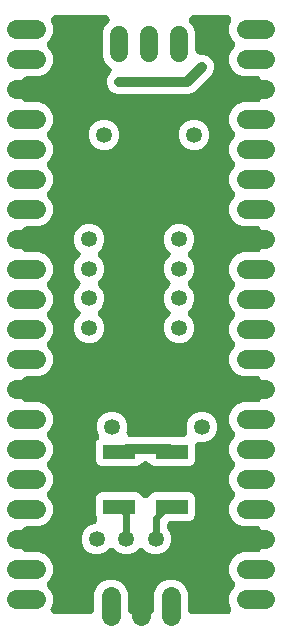
<source format=gbr>
G04 EAGLE Gerber RS-274X export*
G75*
%MOMM*%
%FSLAX34Y34*%
%LPD*%
%INBottom Copper*%
%IPPOS*%
%AMOC8*
5,1,8,0,0,1.08239X$1,22.5*%
G01*
G04 Define Apertures*
%ADD10C,1.650000*%
%ADD11C,1.524000*%
%ADD12C,1.348000*%
%ADD13R,2.670200X1.231200*%
%ADD14C,0.756400*%
%ADD15C,0.812800*%
%ADD16C,0.609600*%
G36*
X306385Y305122D02*
X304800Y304800D01*
X276060Y304800D01*
X274625Y305062D01*
X273256Y305922D01*
X272330Y307249D01*
X271996Y308832D01*
X272305Y310419D01*
X274056Y314646D01*
X274056Y320354D01*
X271872Y325626D01*
X270172Y327326D01*
X269329Y328555D01*
X268982Y330135D01*
X269279Y331725D01*
X270172Y333074D01*
X271872Y334774D01*
X274056Y340046D01*
X274056Y345754D01*
X271872Y351026D01*
X267836Y355062D01*
X262564Y357246D01*
X251714Y357246D01*
X250249Y357519D01*
X248887Y358391D01*
X247972Y359725D01*
X247650Y361310D01*
X247650Y375290D01*
X247923Y376755D01*
X248795Y378118D01*
X250129Y379032D01*
X251714Y379354D01*
X262564Y379354D01*
X267836Y381538D01*
X271872Y385574D01*
X274056Y390846D01*
X274056Y396554D01*
X271872Y401826D01*
X270172Y403526D01*
X269329Y404755D01*
X268982Y406335D01*
X269279Y407925D01*
X270172Y409274D01*
X271872Y410974D01*
X274056Y416246D01*
X274056Y421954D01*
X271872Y427226D01*
X270172Y428926D01*
X269329Y430155D01*
X268982Y431735D01*
X269279Y433325D01*
X270172Y434674D01*
X271872Y436374D01*
X274056Y441646D01*
X274056Y447354D01*
X271872Y452626D01*
X270172Y454326D01*
X269329Y455555D01*
X268982Y457135D01*
X269279Y458725D01*
X270172Y460074D01*
X271872Y461774D01*
X274056Y467046D01*
X274056Y472754D01*
X271872Y478026D01*
X267836Y482062D01*
X262564Y484246D01*
X251714Y484246D01*
X250249Y484519D01*
X248887Y485391D01*
X247972Y486725D01*
X247650Y488310D01*
X247650Y502290D01*
X247923Y503755D01*
X248795Y505118D01*
X250129Y506032D01*
X251714Y506354D01*
X262564Y506354D01*
X267836Y508538D01*
X271872Y512574D01*
X274056Y517846D01*
X274056Y523554D01*
X271872Y528826D01*
X270172Y530526D01*
X269329Y531755D01*
X268982Y533335D01*
X269279Y534925D01*
X270172Y536274D01*
X271872Y537974D01*
X274056Y543246D01*
X274056Y548954D01*
X271872Y554226D01*
X270172Y555926D01*
X269329Y557155D01*
X268982Y558735D01*
X269279Y560325D01*
X270172Y561674D01*
X271872Y563374D01*
X274056Y568646D01*
X274056Y574354D01*
X271872Y579626D01*
X270172Y581326D01*
X269329Y582555D01*
X268982Y584135D01*
X269279Y585725D01*
X270172Y587074D01*
X271872Y588774D01*
X274056Y594046D01*
X274056Y599754D01*
X271872Y605026D01*
X267836Y609062D01*
X262564Y611246D01*
X251714Y611246D01*
X250249Y611519D01*
X248887Y612391D01*
X247972Y613725D01*
X247650Y615310D01*
X247650Y629290D01*
X247923Y630755D01*
X248795Y632118D01*
X250129Y633032D01*
X251714Y633354D01*
X262564Y633354D01*
X267836Y635538D01*
X271872Y639574D01*
X274056Y644846D01*
X274056Y650554D01*
X271872Y655826D01*
X270172Y657526D01*
X269329Y658755D01*
X268982Y660335D01*
X269279Y661925D01*
X270172Y663274D01*
X271872Y664974D01*
X274056Y670246D01*
X274056Y675954D01*
X271872Y681226D01*
X270172Y682926D01*
X269329Y684155D01*
X268982Y685735D01*
X269279Y687325D01*
X270172Y688674D01*
X271872Y690374D01*
X274056Y695646D01*
X274056Y701354D01*
X271872Y706626D01*
X270172Y708326D01*
X269329Y709555D01*
X268982Y711135D01*
X269279Y712725D01*
X270172Y714074D01*
X271872Y715774D01*
X274056Y721046D01*
X274056Y726754D01*
X271872Y732026D01*
X267836Y736062D01*
X262564Y738246D01*
X251714Y738246D01*
X250249Y738519D01*
X248887Y739391D01*
X247972Y740725D01*
X247650Y742310D01*
X247650Y756290D01*
X247923Y757755D01*
X248795Y759118D01*
X250129Y760032D01*
X251714Y760354D01*
X262564Y760354D01*
X267836Y762538D01*
X271872Y766574D01*
X274056Y771846D01*
X274056Y777554D01*
X271872Y782826D01*
X270172Y784526D01*
X269329Y785755D01*
X268982Y787335D01*
X269279Y788925D01*
X270172Y790274D01*
X271872Y791974D01*
X274056Y797246D01*
X274056Y802954D01*
X272620Y806421D01*
X272313Y807846D01*
X272584Y809441D01*
X273455Y810804D01*
X274789Y811718D01*
X276375Y812040D01*
X318011Y812040D01*
X319416Y811790D01*
X320792Y810940D01*
X321728Y809621D01*
X322075Y808041D01*
X321778Y806451D01*
X320885Y805102D01*
X318572Y802790D01*
X316484Y797748D01*
X316484Y777052D01*
X318572Y772011D01*
X322508Y768074D01*
X323351Y766845D01*
X323698Y765265D01*
X323402Y763675D01*
X322508Y762327D01*
X321587Y761405D01*
X320040Y757671D01*
X320040Y753629D01*
X321587Y749895D01*
X324445Y747037D01*
X328179Y745490D01*
X389371Y745490D01*
X393105Y747037D01*
X408663Y762595D01*
X410210Y766329D01*
X410210Y770371D01*
X408663Y774105D01*
X405805Y776963D01*
X402071Y778510D01*
X398780Y778510D01*
X397315Y778783D01*
X395953Y779655D01*
X395038Y780989D01*
X394716Y782574D01*
X394716Y797748D01*
X392628Y802790D01*
X390315Y805102D01*
X389499Y806272D01*
X389127Y807846D01*
X389398Y809441D01*
X390270Y810804D01*
X391604Y811718D01*
X393189Y812040D01*
X420846Y812040D01*
X422280Y811778D01*
X423650Y810918D01*
X424575Y809591D01*
X424909Y808008D01*
X424600Y806421D01*
X423164Y802954D01*
X423164Y797246D01*
X425348Y791974D01*
X427048Y790274D01*
X427891Y789045D01*
X428238Y787465D01*
X427941Y785875D01*
X427048Y784526D01*
X425348Y782826D01*
X423164Y777554D01*
X423164Y771846D01*
X425348Y766574D01*
X429384Y762538D01*
X434656Y760354D01*
X446786Y760354D01*
X448251Y760081D01*
X449614Y759209D01*
X450528Y757875D01*
X450850Y756290D01*
X450850Y742310D01*
X450577Y740845D01*
X449705Y739483D01*
X448371Y738568D01*
X446786Y738246D01*
X434656Y738246D01*
X429384Y736062D01*
X425348Y732026D01*
X423164Y726754D01*
X423164Y721046D01*
X425348Y715774D01*
X427048Y714074D01*
X427891Y712845D01*
X428238Y711265D01*
X427941Y709675D01*
X427048Y708326D01*
X425348Y706626D01*
X423164Y701354D01*
X423164Y695646D01*
X425348Y690374D01*
X427048Y688674D01*
X427891Y687445D01*
X428238Y685865D01*
X427941Y684275D01*
X427048Y682926D01*
X425348Y681226D01*
X423164Y675954D01*
X423164Y670246D01*
X425348Y664974D01*
X427048Y663274D01*
X427891Y662045D01*
X428238Y660465D01*
X427941Y658875D01*
X427048Y657526D01*
X425348Y655826D01*
X423164Y650554D01*
X423164Y644846D01*
X425348Y639574D01*
X429384Y635538D01*
X434656Y633354D01*
X446786Y633354D01*
X448251Y633081D01*
X449614Y632209D01*
X450528Y630875D01*
X450850Y629290D01*
X450850Y615310D01*
X450577Y613845D01*
X449705Y612483D01*
X448371Y611568D01*
X446786Y611246D01*
X434656Y611246D01*
X429384Y609062D01*
X425348Y605026D01*
X423164Y599754D01*
X423164Y594046D01*
X425348Y588774D01*
X427048Y587074D01*
X427891Y585845D01*
X428238Y584265D01*
X427941Y582675D01*
X427048Y581326D01*
X425348Y579626D01*
X423164Y574354D01*
X423164Y568646D01*
X425348Y563374D01*
X427048Y561674D01*
X427891Y560445D01*
X428238Y558865D01*
X427941Y557275D01*
X427048Y555926D01*
X425348Y554226D01*
X423164Y548954D01*
X423164Y543246D01*
X425348Y537974D01*
X427048Y536274D01*
X427891Y535045D01*
X428238Y533465D01*
X427941Y531875D01*
X427048Y530526D01*
X425348Y528826D01*
X423164Y523554D01*
X423164Y517846D01*
X425348Y512574D01*
X429384Y508538D01*
X434656Y506354D01*
X446786Y506354D01*
X448251Y506081D01*
X449614Y505209D01*
X450528Y503875D01*
X450850Y502290D01*
X450850Y488310D01*
X450577Y486845D01*
X449705Y485483D01*
X448371Y484568D01*
X446786Y484246D01*
X434656Y484246D01*
X429384Y482062D01*
X425348Y478026D01*
X423164Y472754D01*
X423164Y467046D01*
X425348Y461774D01*
X427048Y460074D01*
X427891Y458845D01*
X428238Y457265D01*
X427941Y455675D01*
X427048Y454326D01*
X425348Y452626D01*
X423164Y447354D01*
X423164Y441646D01*
X425348Y436374D01*
X427048Y434674D01*
X427891Y433445D01*
X428238Y431865D01*
X427941Y430275D01*
X427048Y428926D01*
X425348Y427226D01*
X423164Y421954D01*
X423164Y416246D01*
X425348Y410974D01*
X427048Y409274D01*
X427891Y408045D01*
X428238Y406465D01*
X427941Y404875D01*
X427048Y403526D01*
X425348Y401826D01*
X423164Y396554D01*
X423164Y390846D01*
X425348Y385574D01*
X429384Y381538D01*
X434656Y379354D01*
X446786Y379354D01*
X448251Y379081D01*
X449614Y378209D01*
X450528Y376875D01*
X450850Y375290D01*
X450850Y361310D01*
X450577Y359845D01*
X449705Y358483D01*
X448371Y357568D01*
X446786Y357246D01*
X434656Y357246D01*
X429384Y355062D01*
X425348Y351026D01*
X423164Y345754D01*
X423164Y340046D01*
X425348Y334774D01*
X427048Y333074D01*
X427891Y331845D01*
X428238Y330265D01*
X427941Y328675D01*
X427048Y327326D01*
X425348Y325626D01*
X423164Y320354D01*
X423164Y314646D01*
X424915Y310419D01*
X425222Y308994D01*
X424951Y307399D01*
X424079Y306037D01*
X422745Y305122D01*
X421160Y304800D01*
X392420Y304800D01*
X390955Y305073D01*
X389593Y305945D01*
X388678Y307279D01*
X388356Y308864D01*
X388356Y322654D01*
X386172Y327926D01*
X382136Y331962D01*
X376864Y334146D01*
X371156Y334146D01*
X365884Y331962D01*
X361848Y327926D01*
X359664Y322654D01*
X359664Y308864D01*
X359391Y307399D01*
X358519Y306037D01*
X357185Y305122D01*
X355600Y304800D01*
X341620Y304800D01*
X340155Y305073D01*
X338793Y305945D01*
X337878Y307279D01*
X337556Y308864D01*
X337556Y322654D01*
X335372Y327926D01*
X331336Y331962D01*
X326064Y334146D01*
X320356Y334146D01*
X315084Y331962D01*
X311048Y327926D01*
X308864Y322654D01*
X308864Y308864D01*
X308591Y307399D01*
X307719Y306037D01*
X306385Y305122D01*
G37*
%LPC*%
G36*
X391147Y697964D02*
X396253Y697964D01*
X400971Y699918D01*
X404582Y703529D01*
X406536Y708247D01*
X406536Y713353D01*
X404582Y718071D01*
X400971Y721682D01*
X396253Y723636D01*
X391147Y723636D01*
X386429Y721682D01*
X382818Y718071D01*
X380864Y713353D01*
X380864Y708247D01*
X382818Y703529D01*
X386429Y699918D01*
X391147Y697964D01*
G37*
G36*
X314947Y697964D02*
X320053Y697964D01*
X324771Y699918D01*
X328382Y703529D01*
X330336Y708247D01*
X330336Y713353D01*
X328382Y718071D01*
X324771Y721682D01*
X320053Y723636D01*
X314947Y723636D01*
X310229Y721682D01*
X306618Y718071D01*
X304664Y713353D01*
X304664Y708247D01*
X306618Y703529D01*
X310229Y699918D01*
X314947Y697964D01*
G37*
G36*
X378447Y534464D02*
X383553Y534464D01*
X388271Y536418D01*
X391882Y540029D01*
X393836Y544747D01*
X393836Y549853D01*
X391882Y554571D01*
X389527Y556926D01*
X388684Y558155D01*
X388337Y559735D01*
X388633Y561325D01*
X389527Y562674D01*
X391882Y565029D01*
X393836Y569747D01*
X393836Y574853D01*
X391882Y579571D01*
X389527Y581926D01*
X388684Y583155D01*
X388337Y584735D01*
X388633Y586325D01*
X389527Y587674D01*
X391882Y590029D01*
X393836Y594747D01*
X393836Y599853D01*
X391882Y604571D01*
X389527Y606926D01*
X388684Y608155D01*
X388337Y609735D01*
X388633Y611325D01*
X389527Y612674D01*
X391882Y615029D01*
X393836Y619747D01*
X393836Y624853D01*
X391882Y629571D01*
X388271Y633182D01*
X383553Y635136D01*
X378447Y635136D01*
X373729Y633182D01*
X370118Y629571D01*
X368164Y624853D01*
X368164Y619747D01*
X370118Y615029D01*
X372473Y612674D01*
X373316Y611445D01*
X373663Y609865D01*
X373367Y608275D01*
X372473Y606926D01*
X370118Y604571D01*
X368164Y599853D01*
X368164Y594747D01*
X370118Y590029D01*
X372473Y587674D01*
X373316Y586445D01*
X373663Y584865D01*
X373367Y583275D01*
X372473Y581926D01*
X370118Y579571D01*
X368164Y574853D01*
X368164Y569747D01*
X370118Y565029D01*
X372473Y562674D01*
X373316Y561445D01*
X373663Y559865D01*
X373367Y558275D01*
X372473Y556926D01*
X370118Y554571D01*
X368164Y549853D01*
X368164Y544747D01*
X370118Y540029D01*
X373729Y536418D01*
X378447Y534464D01*
G37*
G36*
X302247Y534464D02*
X307353Y534464D01*
X312071Y536418D01*
X315682Y540029D01*
X317636Y544747D01*
X317636Y549853D01*
X315682Y554571D01*
X313327Y556926D01*
X312484Y558155D01*
X312137Y559735D01*
X312433Y561325D01*
X313327Y562674D01*
X315682Y565029D01*
X317636Y569747D01*
X317636Y574853D01*
X315682Y579571D01*
X313327Y581926D01*
X312484Y583155D01*
X312137Y584735D01*
X312433Y586325D01*
X313327Y587674D01*
X315682Y590029D01*
X317636Y594747D01*
X317636Y599853D01*
X315682Y604571D01*
X313327Y606926D01*
X312484Y608155D01*
X312137Y609735D01*
X312433Y611325D01*
X313327Y612674D01*
X315682Y615029D01*
X317636Y619747D01*
X317636Y624853D01*
X315682Y629571D01*
X312071Y633182D01*
X307353Y635136D01*
X302247Y635136D01*
X297529Y633182D01*
X293918Y629571D01*
X291964Y624853D01*
X291964Y619747D01*
X293918Y615029D01*
X296273Y612674D01*
X297116Y611445D01*
X297463Y609865D01*
X297167Y608275D01*
X296273Y606926D01*
X293918Y604571D01*
X291964Y599853D01*
X291964Y594747D01*
X293918Y590029D01*
X296273Y587674D01*
X297116Y586445D01*
X297463Y584865D01*
X297167Y583275D01*
X296273Y581926D01*
X293918Y579571D01*
X291964Y574853D01*
X291964Y569747D01*
X293918Y565029D01*
X296273Y562674D01*
X297116Y561445D01*
X297463Y559865D01*
X297167Y558275D01*
X296273Y556926D01*
X293918Y554571D01*
X291964Y549853D01*
X291964Y544747D01*
X293918Y540029D01*
X297529Y536418D01*
X302247Y534464D01*
G37*
G36*
X315636Y430043D02*
X344764Y430043D01*
X347004Y430971D01*
X349183Y433150D01*
X350471Y434018D01*
X352056Y434340D01*
X352794Y434340D01*
X354319Y434043D01*
X355667Y433150D01*
X357846Y430971D01*
X360086Y430043D01*
X389214Y430043D01*
X391454Y430971D01*
X393169Y432686D01*
X394097Y434926D01*
X394097Y446650D01*
X394370Y448115D01*
X395242Y449478D01*
X396576Y450392D01*
X398161Y450714D01*
X402603Y450714D01*
X407321Y452668D01*
X410932Y456279D01*
X412886Y460997D01*
X412886Y466103D01*
X410932Y470821D01*
X407321Y474432D01*
X402603Y476386D01*
X397497Y476386D01*
X392779Y474432D01*
X389168Y470821D01*
X387214Y466103D01*
X387214Y460997D01*
X387558Y460166D01*
X387865Y458741D01*
X387594Y457146D01*
X386723Y455784D01*
X385388Y454869D01*
X383803Y454547D01*
X375547Y454547D01*
X374979Y454660D01*
X340143Y454660D01*
X338709Y454922D01*
X337339Y455782D01*
X336414Y457109D01*
X336080Y458692D01*
X336389Y460279D01*
X336686Y460997D01*
X336686Y466103D01*
X334732Y470821D01*
X331121Y474432D01*
X326403Y476386D01*
X321297Y476386D01*
X316579Y474432D01*
X312968Y470821D01*
X311014Y466103D01*
X311014Y460997D01*
X312833Y456604D01*
X313142Y455114D01*
X312846Y453524D01*
X311952Y452175D01*
X311681Y451904D01*
X310753Y449664D01*
X310753Y434926D01*
X311681Y432686D01*
X313396Y430971D01*
X315636Y430043D01*
G37*
G36*
X308597Y355464D02*
X313703Y355464D01*
X318421Y357418D01*
X320776Y359773D01*
X322005Y360616D01*
X323585Y360963D01*
X325175Y360667D01*
X326524Y359773D01*
X328879Y357418D01*
X333597Y355464D01*
X338703Y355464D01*
X343421Y357418D01*
X345776Y359773D01*
X347005Y360616D01*
X348585Y360963D01*
X350175Y360667D01*
X351524Y359773D01*
X353879Y357418D01*
X358597Y355464D01*
X363703Y355464D01*
X368421Y357418D01*
X372032Y361029D01*
X373986Y365747D01*
X373986Y370853D01*
X372032Y375571D01*
X371484Y376119D01*
X370616Y377407D01*
X370294Y378992D01*
X370294Y379589D01*
X370567Y381054D01*
X371439Y382417D01*
X372773Y383331D01*
X374358Y383653D01*
X389214Y383653D01*
X391454Y384581D01*
X393169Y386296D01*
X394097Y388536D01*
X394097Y403274D01*
X393169Y405514D01*
X391454Y407229D01*
X389214Y408157D01*
X360086Y408157D01*
X357846Y407229D01*
X356058Y405441D01*
X355411Y404430D01*
X354099Y403483D01*
X352522Y403124D01*
X350930Y403408D01*
X349574Y404290D01*
X348812Y405421D01*
X347004Y407229D01*
X344764Y408157D01*
X315636Y408157D01*
X313396Y407229D01*
X311681Y405514D01*
X310753Y403274D01*
X310753Y388536D01*
X311498Y386737D01*
X311807Y385279D01*
X311523Y383686D01*
X310640Y382331D01*
X309299Y381427D01*
X303879Y379182D01*
X300268Y375571D01*
X298314Y370853D01*
X298314Y365747D01*
X300268Y361029D01*
X303879Y357418D01*
X308597Y355464D01*
G37*
%LPD*%
D10*
X259710Y800100D02*
X243210Y800100D01*
X243210Y774700D02*
X259710Y774700D01*
X259710Y749300D02*
X243210Y749300D01*
X243210Y723900D02*
X259710Y723900D01*
X259710Y698500D02*
X243210Y698500D01*
X243210Y673100D02*
X259710Y673100D01*
X259710Y647700D02*
X243210Y647700D01*
X243210Y622300D02*
X259710Y622300D01*
X259710Y596900D02*
X243210Y596900D01*
X243210Y571500D02*
X259710Y571500D01*
X259710Y546100D02*
X243210Y546100D01*
X243210Y520700D02*
X259710Y520700D01*
X259710Y495300D02*
X243210Y495300D01*
X243210Y469900D02*
X259710Y469900D01*
X259710Y444500D02*
X243210Y444500D01*
X243210Y419100D02*
X259710Y419100D01*
X259710Y393700D02*
X243210Y393700D01*
X243210Y368300D02*
X259710Y368300D01*
X259710Y342900D02*
X243210Y342900D01*
X243210Y317500D02*
X259710Y317500D01*
X437510Y317500D02*
X454010Y317500D01*
X454010Y342900D02*
X437510Y342900D01*
X437510Y368300D02*
X454010Y368300D01*
X454010Y393700D02*
X437510Y393700D01*
X437510Y419100D02*
X454010Y419100D01*
X454010Y444500D02*
X437510Y444500D01*
X437510Y469900D02*
X454010Y469900D01*
X454010Y495300D02*
X437510Y495300D01*
X437510Y520700D02*
X454010Y520700D01*
X454010Y546100D02*
X437510Y546100D01*
X437510Y571500D02*
X454010Y571500D01*
X454010Y596900D02*
X437510Y596900D01*
X437510Y622300D02*
X454010Y622300D01*
X454010Y647700D02*
X437510Y647700D01*
X437510Y673100D02*
X454010Y673100D01*
X454010Y698500D02*
X437510Y698500D01*
X437510Y723900D02*
X454010Y723900D01*
X454010Y749300D02*
X437510Y749300D01*
X437510Y774700D02*
X454010Y774700D01*
X454010Y800100D02*
X437510Y800100D01*
X323210Y319800D02*
X323210Y303300D01*
X348610Y303300D02*
X348610Y319800D01*
X374010Y319800D02*
X374010Y303300D01*
D11*
X330200Y779780D02*
X330200Y795020D01*
X355600Y795020D02*
X355600Y779780D01*
X381000Y779780D02*
X381000Y795020D01*
D12*
X393700Y685800D03*
X393700Y710800D03*
X393700Y735800D03*
X317500Y685800D03*
X317500Y710800D03*
X317500Y735800D03*
X381000Y622300D03*
X381000Y597300D03*
X381000Y572300D03*
X381000Y547300D03*
X304800Y622300D03*
X304800Y597300D03*
X304800Y572300D03*
X304800Y547300D03*
X323850Y463550D03*
X298850Y463550D03*
X400050Y463550D03*
X375050Y463550D03*
X311150Y368300D03*
X336150Y368300D03*
X361150Y368300D03*
X386150Y368300D03*
D13*
X330200Y395905D03*
X330200Y442295D03*
X374650Y395905D03*
X374650Y442295D03*
D14*
X330200Y755650D03*
D15*
X387350Y755650D01*
X400050Y768350D01*
D14*
X400050Y768350D03*
X355600Y444500D03*
D15*
X372445Y444500D01*
X374650Y442295D01*
X355600Y444500D02*
X336550Y444500D01*
D16*
X330200Y395905D02*
X336150Y389955D01*
X336150Y368300D01*
X361150Y368300D02*
X361150Y386550D01*
X370505Y395905D01*
X374650Y395905D01*
M02*

</source>
